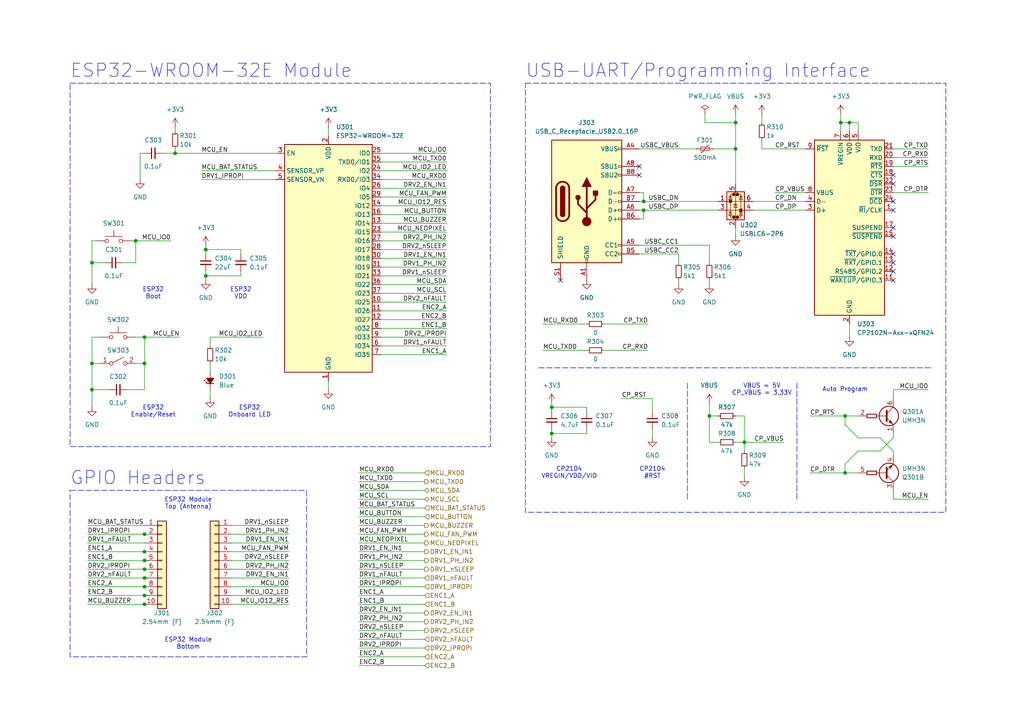
<source format=kicad_sch>
(kicad_sch (version 20231120) (generator "eeschema") (generator_version "8.0")
  (paper "A4")
  (title_block (title "LizardBot 1 Control Board: MCU") (date "2024-06-26") (rev "v1.0.0") (company "Lizard Electronics") (comment 1 "Designed by: Manuel Lagarto"))
  (lib_symbols
    (symbol "Connector:USB_C_Receptacle_USB2.0_16P" (pin_names (offset 1.016))
      (property "Reference" "J301" (at 0 22.86 0))
      (property "Value" "USB_C_Receptacle_USB2.0_16P" (at 0 20.32 0))
      (symbol "USB_C_Receptacle_USB2.0_16P_0_0"
        (rectangle (start -0.254 -17.78) (end 0.254 -16.764))
        (rectangle (start 10.16 -14.986) (end 9.144 -15.494))
        (rectangle (start 10.16 -12.446) (end 9.144 -12.954))
        (rectangle (start 10.16 -4.826) (end 9.144 -5.334))
        (rectangle (start 10.16 -2.286) (end 9.144 -2.794))
        (rectangle (start 10.16 0.254) (end 9.144 -0.254))
        (rectangle (start 10.16 2.794) (end 9.144 2.286))
        (rectangle (start 10.16 7.874) (end 9.144 7.366))
        (rectangle (start 10.16 10.414) (end 9.144 9.906))
        (rectangle (start 10.16 15.494) (end 9.144 14.986))
      )
      (symbol "USB_C_Receptacle_USB2.0_16P_0_1"
        (rectangle (start -10.16 17.78) (end 10.16 -17.78) (stroke (width 0.254)) (fill (type background)))
        (arc (start -8.89 -3.81) (mid -6.985 -5.7067) (end -5.08 -3.81) (stroke (width 0.508)))
        (arc (start -7.62 -3.81) (mid -6.985 -4.4423) (end -6.35 -3.81) (stroke (width 0.254)))
        (arc (start -7.62 -3.81) (mid -6.985 -4.4423) (end -6.35 -3.81) (stroke (width 0.254)) (fill (type outline)))
        (rectangle (start -7.62 -3.81) (end -6.35 3.81) (stroke (width 0.254)) (fill (type outline)))
        (arc (start -6.35 3.81) (mid -6.985 4.4423) (end -7.62 3.81) (stroke (width 0.254)))
        (arc (start -6.35 3.81) (mid -6.985 4.4423) (end -7.62 3.81) (stroke (width 0.254)) (fill (type outline)))
        (arc (start -5.08 3.81) (mid -6.985 5.7067) (end -8.89 3.81) (stroke (width 0.508)))
        (circle (center -2.54 1.143) (radius 0.635) (stroke (width 0.254)) (fill (type outline)))
        (circle (center 0 -5.842) (radius 1.27) (fill (type outline)))
        (polyline (pts (xy -8.89 -3.81) (xy -8.89 3.81)) (stroke (width 0.508)))
        (polyline (pts (xy -5.08 3.81) (xy -5.08 -3.81)) (stroke (width 0.508)))
        (polyline (pts (xy 0 -5.842) (xy 0 4.318)) (stroke (width 0.508)))
        (polyline (pts (xy 0 -3.302) (xy -2.54 -0.762) (xy -2.54 0.508)) (stroke (width 0.508)))
        (polyline (pts (xy 0 -2.032) (xy 2.54 0.508) (xy 2.54 1.778)) (stroke (width 0.508)))
        (polyline (pts (xy -1.27 4.318) (xy 0 6.858) (xy 1.27 4.318) (xy -1.27 4.318)) (stroke (width 0.254)) (fill (type outline)))
        (rectangle (start 1.905 1.778) (end 3.175 3.048) (stroke (width 0.254)) (fill (type outline)))
      )
      (symbol "USB_C_Receptacle_USB2.0_16P_1_1"
        (pin passive line (at 0 -22.86 90) (length 5.08) (name "GND") (number "A1"))
        (pin passive line (at 0 -22.86 90) (length 5.08) hide (name "GND") (number "A12"))
        (pin passive line (at 15.24 15.24 180) (length 5.08) (name "VBUS") (number "A4"))
        (pin bidirectional line (at 15.24 -12.7 180) (length 5.08) (name "CC1") (number "A5"))
        (pin bidirectional line (at 15.24 -2.54 180) (length 5.08) (name "D+") (number "A6"))
        (pin bidirectional line (at 15.24 2.54 180) (length 5.08) (name "D-") (number "A7"))
        (pin bidirectional line (at 15.24 10.16 180) (length 5.08) (name "SBU1") (number "A8"))
        (pin passive line (at 15.24 15.24 180) (length 5.08) hide (name "VBUS") (number "A9"))
        (pin passive line (at 0 -22.86 90) (length 5.08) hide (name "GND") (number "B1"))
        (pin passive line (at 0 -22.86 90) (length 5.08) hide (name "GND") (number "B12"))
        (pin passive line (at 15.24 15.24 180) (length 5.08) hide (name "VBUS") (number "B4"))
        (pin bidirectional line (at 15.24 -15.24 180) (length 5.08) (name "CC2") (number "B5"))
        (pin bidirectional line (at 15.24 -5.08 180) (length 5.08) (name "D+") (number "B6"))
        (pin bidirectional line (at 15.24 0 180) (length 5.08) (name "D-") (number "B7"))
        (pin bidirectional line (at 15.24 7.62 180) (length 5.08) (name "SBU2") (number "B8"))
        (pin passive line (at 15.24 15.24 180) (length 5.08) hide (name "VBUS") (number "B9"))
        (pin passive line (at -7.62 -22.86 90) (length 5.08) (name "SHIELD") (number "S1"))
      )
    )
    (symbol "Connector_Generic:Conn_01x10" (pin_names (offset 1.016) hide)
      (property "Reference" "J" (at 0 12.7 0))
      (property "Value" "Conn_01x10" (at 0 -15.24 0))
      (symbol "Conn_01x10_1_1"
        (rectangle (start -1.27 -12.573) (end 0 -12.827) (stroke (width 0.1524)))
        (rectangle (start -1.27 -10.033) (end 0 -10.287) (stroke (width 0.1524)))
        (rectangle (start -1.27 -7.493) (end 0 -7.747) (stroke (width 0.1524)))
        (rectangle (start -1.27 -4.953) (end 0 -5.207) (stroke (width 0.1524)))
        (rectangle (start -1.27 -2.413) (end 0 -2.667) (stroke (width 0.1524)))
        (rectangle (start -1.27 0.127) (end 0 -0.127) (stroke (width 0.1524)))
        (rectangle (start -1.27 2.667) (end 0 2.413) (stroke (width 0.1524)))
        (rectangle (start -1.27 5.207) (end 0 4.953) (stroke (width 0.1524)))
        (rectangle (start -1.27 7.747) (end 0 7.493) (stroke (width 0.1524)))
        (rectangle (start -1.27 10.287) (end 0 10.033) (stroke (width 0.1524)))
        (rectangle (start -1.27 11.43) (end 1.27 -13.97) (stroke (width 0.254)) (fill (type background)))
        (pin passive line (at -5.08 10.16 0) (length 3.81) (name "Pin_1") (number "1"))
        (pin passive line (at -5.08 -12.7 0) (length 3.81) (name "Pin_10") (number "10"))
        (pin passive line (at -5.08 7.62 0) (length 3.81) (name "Pin_2") (number "2"))
        (pin passive line (at -5.08 5.08 0) (length 3.81) (name "Pin_3") (number "3"))
        (pin passive line (at -5.08 2.54 0) (length 3.81) (name "Pin_4") (number "4"))
        (pin passive line (at -5.08 0 0) (length 3.81) (name "Pin_5") (number "5"))
        (pin passive line (at -5.08 -2.54 0) (length 3.81) (name "Pin_6") (number "6"))
        (pin passive line (at -5.08 -5.08 0) (length 3.81) (name "Pin_7") (number "7"))
        (pin passive line (at -5.08 -7.62 0) (length 3.81) (name "Pin_8") (number "8"))
        (pin passive line (at -5.08 -10.16 0) (length 3.81) (name "Pin_9") (number "9"))
      )
    )
    (symbol "Device:C_Small" (pin_numbers hide) (pin_names (offset 0.254) hide)
      (property "Reference" "C" (at 0.254 1.778 0))
      (property "Value" "C_Small" (at 0.254 -2.032 0))
      (symbol "C_Small_0_1"
        (polyline (pts (xy -1.524 -0.508) (xy 1.524 -0.508)) (stroke (width 0.3302)))
        (polyline (pts (xy -1.524 0.508) (xy 1.524 0.508)) (stroke (width 0.3048)))
      )
      (symbol "C_Small_1_1"
        (pin passive line (at 0 2.54 270) (length 2.032) (name "~") (number "1"))
        (pin passive line (at 0 -2.54 90) (length 2.032) (name "~") (number "2"))
      )
    )
    (symbol "Device:LED_Small_Filled" (pin_numbers hide) (pin_names (offset 0.254) hide)
      (property "Reference" "D" (at -1.27 3.175 0))
      (property "Value" "LED_Small_Filled" (at -4.445 -2.54 0))
      (symbol "LED_Small_Filled_0_1"
        (polyline (pts (xy -0.762 -1.016) (xy -0.762 1.016)) (stroke (width 0.254)))
        (polyline (pts (xy 1.016 0) (xy -0.762 0)))
        (polyline (pts (xy 0.762 -1.016) (xy -0.762 0) (xy 0.762 1.016) (xy 0.762 -1.016)) (stroke (width 0.254)) (fill (type outline)))
        (polyline (pts (xy 0 0.762) (xy -0.508 1.27) (xy -0.254 1.27) (xy -0.508 1.27) (xy -0.508 1.016)))
        (polyline (pts (xy 0.508 1.27) (xy 0 1.778) (xy 0.254 1.778) (xy 0 1.778) (xy 0 1.524)))
      )
      (symbol "LED_Small_Filled_1_1"
        (pin passive line (at -2.54 0 0) (length 1.778) (name "K") (number "1"))
        (pin passive line (at 2.54 0 180) (length 1.778) (name "A") (number "2"))
      )
    )
    (symbol "Device:Polyfuse_Small" (pin_numbers hide) (pin_names (offset 0))
      (property "Reference" "F" (at -1.905 0 90))
      (property "Value" "Polyfuse_Small" (at 1.905 0 90))
      (symbol "Polyfuse_Small_0_1"
        (rectangle (start -0.508 1.27) (end 0.508 -1.27))
        (polyline (pts (xy 0 2.54) (xy 0 -2.54)))
        (polyline (pts (xy -1.016 1.27) (xy -1.016 0.762) (xy 1.016 -0.762) (xy 1.016 -1.27)))
      )
      (symbol "Polyfuse_Small_1_1"
        (pin passive line (at 0 2.54 270) (length 0.635) (name "~") (number "1"))
        (pin passive line (at 0 -2.54 90) (length 0.635) (name "~") (number "2"))
      )
    )
    (symbol "Device:R_Small" (pin_numbers hide) (pin_names (offset 0.254) hide)
      (property "Reference" "R" (at 0.762 0.508 0))
      (property "Value" "R_Small" (at 0.762 -1.016 0))
      (symbol "R_Small_0_1"
        (rectangle (start -0.762 1.778) (end 0.762 -1.778) (stroke (width 0.2032)))
      )
      (symbol "R_Small_1_1"
        (pin passive line (at 0 2.54 270) (length 0.762) (name "~") (number "1"))
        (pin passive line (at 0 -2.54 90) (length 0.762) (name "~") (number "2"))
      )
    )
    (symbol "Interface_USB:CP2102N-Axx-xQFN24"
      (property "Reference" "U" (at -8.89 26.67 0))
      (property "Value" "CP2102N-Axx-xQFN24" (at 13.97 26.67 0))
      (symbol "CP2102N-Axx-xQFN24_0_1"
        (rectangle (start -10.16 25.4) (end 10.16 -25.4) (stroke (width 0.254)) (fill (type background)))
      )
      (symbol "CP2102N-Axx-xQFN24_1_1"
        (pin bidirectional line (at 12.7 5.08 180) (length 2.54) (name "~{RI}/CLK") (number "1"))
        (pin no_connect line (at -10.16 -22.86 0) (length 2.54) hide (name "NC") (number "10"))
        (pin bidirectional line (at 12.7 -15.24 180) (length 2.54) (name "~{WAKEUP}/GPIO.3") (number "11"))
        (pin bidirectional line (at 12.7 -12.7 180) (length 2.54) (name "RS485/GPIO.2") (number "12"))
        (pin bidirectional line (at 12.7 -10.16 180) (length 2.54) (name "~{RXT}/GPIO.1") (number "13"))
        (pin bidirectional line (at 12.7 -7.62 180) (length 2.54) (name "~{TXT}/GPIO.0") (number "14"))
        (pin output line (at 12.7 -2.54 180) (length 2.54) (name "~{SUSPEND}") (number "15"))
        (pin no_connect line (at 10.16 -22.86 180) (length 2.54) hide (name "NC") (number "16"))
        (pin output line (at 12.7 0 180) (length 2.54) (name "SUSPEND") (number "17"))
        (pin input line (at 12.7 15.24 180) (length 2.54) (name "~{CTS}") (number "18"))
        (pin output line (at 12.7 17.78 180) (length 2.54) (name "~{RTS}") (number "19"))
        (pin power_in line (at 0 -27.94 90) (length 2.54) (name "GND") (number "2"))
        (pin input line (at 12.7 20.32 180) (length 2.54) (name "RXD") (number "20"))
        (pin output line (at 12.7 22.86 180) (length 2.54) (name "TXD") (number "21"))
        (pin input line (at 12.7 12.7 180) (length 2.54) (name "~{DSR}") (number "22"))
        (pin output line (at 12.7 10.16 180) (length 2.54) (name "~{DTR}") (number "23"))
        (pin input line (at 12.7 7.62 180) (length 2.54) (name "~{DCD}") (number "24"))
        (pin passive line (at 0 -27.94 90) (length 2.54) hide (name "GND") (number "25"))
        (pin bidirectional line (at -12.7 5.08 0) (length 2.54) (name "D+") (number "3"))
        (pin bidirectional line (at -12.7 7.62 0) (length 2.54) (name "D-") (number "4"))
        (pin power_in line (at 2.54 27.94 270) (length 2.54) (name "VIO") (number "5"))
        (pin power_in line (at 0 27.94 270) (length 2.54) (name "VDD") (number "6"))
        (pin power_in line (at -2.54 27.94 270) (length 2.54) (name "VREGIN") (number "7"))
        (pin input line (at -12.7 10.16 0) (length 2.54) (name "VBUS") (number "8"))
        (pin input line (at -12.7 22.86 0) (length 2.54) (name "~{RST}") (number "9"))
      )
    )
    (symbol "Power_Protection:USBLC6-2P6" (pin_names hide)
      (property "Reference" "U" (at 0.635 5.715 0))
      (property "Value" "USBLC6-2P6" (at 0.635 3.81 0))
      (symbol "USBLC6-2P6_0_0"
        (circle (center -1.524 0) (radius 0.0001) (stroke (width 0.508)))
        (circle (center -0.508 -4.572) (radius 0.0001) (stroke (width 0.508)))
        (circle (center -0.508 2.032) (radius 0.0001) (stroke (width 0.508)))
        (circle (center 0.508 -4.572) (radius 0.0001) (stroke (width 0.508)))
        (circle (center 0.508 2.032) (radius 0.0001) (stroke (width 0.508)))
        (circle (center 1.524 -2.54) (radius 0.0001) (stroke (width 0.508)))
      )
      (symbol "USBLC6-2P6_0_1"
        (polyline (pts (xy -2.54 -2.54) (xy 2.54 -2.54)))
        (polyline (pts (xy -2.54 0) (xy 2.54 0)))
        (polyline (pts (xy -2.032 -3.048) (xy -1.016 -3.048)))
        (polyline (pts (xy -1.016 1.524) (xy -2.032 1.524)))
        (polyline (pts (xy 1.016 -3.048) (xy 2.032 -3.048)))
        (polyline (pts (xy 1.016 1.524) (xy 2.032 1.524)))
        (polyline (pts (xy -0.508 -1.143) (xy -0.508 -0.762) (xy 0.508 -0.762)))
        (polyline (pts (xy -2.032 0.508) (xy -1.016 0.508) (xy -1.524 1.524) (xy -2.032 0.508)))
        (polyline (pts (xy -1.016 -4.064) (xy -2.032 -4.064) (xy -1.524 -3.048) (xy -1.016 -4.064)))
        (polyline (pts (xy 0.508 -1.778) (xy -0.508 -1.778) (xy 0 -0.762) (xy 0.508 -1.778)))
        (polyline (pts (xy 2.032 -4.064) (xy 1.016 -4.064) (xy 1.524 -3.048) (xy 2.032 -4.064)))
        (polyline (pts (xy 2.032 0.508) (xy 1.016 0.508) (xy 1.524 1.524) (xy 2.032 0.508)))
        (polyline (pts (xy 0 2.54) (xy -0.508 2.032) (xy 0.508 2.032) (xy 0 1.524) (xy 0 -4.064) (xy -0.508 -4.572) (xy 0.508 -4.572) (xy 0 -5.08)))
      )
      (symbol "USBLC6-2P6_1_1"
        (rectangle (start -2.54 2.794) (end 2.54 -5.334) (stroke (width 0.254)) (fill (type background)))
        (polyline (pts (xy -0.508 2.032) (xy -1.524 2.032) (xy -1.524 -4.572) (xy -0.508 -4.572)))
        (polyline (pts (xy 0.508 -4.572) (xy 1.524 -4.572) (xy 1.524 2.032) (xy 0.508 2.032)))
        (pin passive line (at -5.08 0 0) (length 2.54) (name "I/O1") (number "1"))
        (pin passive line (at 0 -7.62 90) (length 2.54) (name "GND") (number "2"))
        (pin passive line (at -5.08 -2.54 0) (length 2.54) (name "I/O2") (number "3"))
        (pin passive line (at 5.08 -2.54 180) (length 2.54) (name "I/O2") (number "4"))
        (pin passive line (at 0 5.08 270) (length 2.54) (name "VBUS") (number "5"))
        (pin passive line (at 5.08 0 180) (length 2.54) (name "I/O1") (number "6"))
      )
    )
    (symbol "RF_Module:ESP32-WROOM-32E"
      (property "Reference" "U" (at -12.7 34.29 0))
      (property "Value" "ESP32-WROOM-32E" (at 1.27 34.29 0))
      (symbol "ESP32-WROOM-32E_0_1"
        (rectangle (start -12.7 33.02) (end 12.7 -33.02) (stroke (width 0.254)) (fill (type background)))
      )
      (symbol "ESP32-WROOM-32E_1_1"
        (pin power_in line (at 0 -35.56 90) (length 2.54) (name "GND") (number "1"))
        (pin bidirectional line (at 15.24 -12.7 180) (length 2.54) (name "IO25") (number "10"))
        (pin bidirectional line (at 15.24 -15.24 180) (length 2.54) (name "IO26") (number "11"))
        (pin bidirectional line (at 15.24 -17.78 180) (length 2.54) (name "IO27") (number "12"))
        (pin bidirectional line (at 15.24 10.16 180) (length 2.54) (name "IO14") (number "13"))
        (pin bidirectional line (at 15.24 15.24 180) (length 2.54) (name "IO12") (number "14"))
        (pin passive line (at 0 -35.56 90) (length 2.54) hide (name "GND") (number "15"))
        (pin bidirectional line (at 15.24 12.7 180) (length 2.54) (name "IO13") (number "16"))
        (pin no_connect line (at -12.7 -5.08 0) (length 2.54) hide (name "NC") (number "17"))
        (pin no_connect line (at -12.7 -7.62 0) (length 2.54) hide (name "NC") (number "18"))
        (pin no_connect line (at -12.7 -12.7 0) (length 2.54) hide (name "NC") (number "19"))
        (pin power_in line (at 0 35.56 270) (length 2.54) (name "VDD") (number "2"))
        (pin no_connect line (at -12.7 -10.16 0) (length 2.54) hide (name "NC") (number "20"))
        (pin no_connect line (at -12.7 0 0) (length 2.54) hide (name "NC") (number "21"))
        (pin no_connect line (at -12.7 -2.54 0) (length 2.54) hide (name "NC") (number "22"))
        (pin bidirectional line (at 15.24 7.62 180) (length 2.54) (name "IO15") (number "23"))
        (pin bidirectional line (at 15.24 25.4 180) (length 2.54) (name "IO2") (number "24"))
        (pin bidirectional line (at 15.24 30.48 180) (length 2.54) (name "IO0") (number "25"))
        (pin bidirectional line (at 15.24 20.32 180) (length 2.54) (name "IO4") (number "26"))
        (pin bidirectional line (at 15.24 5.08 180) (length 2.54) (name "IO16") (number "27"))
        (pin bidirectional line (at 15.24 2.54 180) (length 2.54) (name "IO17") (number "28"))
        (pin bidirectional line (at 15.24 17.78 180) (length 2.54) (name "IO5") (number "29"))
        (pin input line (at -15.24 30.48 0) (length 2.54) (name "EN") (number "3"))
        (pin bidirectional line (at 15.24 0 180) (length 2.54) (name "IO18") (number "30"))
        (pin bidirectional line (at 15.24 -2.54 180) (length 2.54) (name "IO19") (number "31"))
        (pin no_connect line (at -12.7 -27.94 0) (length 2.54) hide (name "NC") (number "32"))
        (pin bidirectional line (at 15.24 -5.08 180) (length 2.54) (name "IO21") (number "33"))
        (pin bidirectional line (at 15.24 22.86 180) (length 2.54) (name "RXD0/IO3") (number "34"))
        (pin bidirectional line (at 15.24 27.94 180) (length 2.54) (name "TXD0/IO1") (number "35"))
        (pin bidirectional line (at 15.24 -7.62 180) (length 2.54) (name "IO22") (number "36"))
        (pin bidirectional line (at 15.24 -10.16 180) (length 2.54) (name "IO23") (number "37"))
        (pin passive line (at 0 -35.56 90) (length 2.54) hide (name "GND") (number "38"))
        (pin passive line (at 0 -35.56 90) (length 2.54) hide (name "GND") (number "39"))
        (pin input line (at -15.24 25.4 0) (length 2.54) (name "SENSOR_VP") (number "4"))
        (pin input line (at -15.24 22.86 0) (length 2.54) (name "SENSOR_VN") (number "5"))
        (pin input line (at 15.24 -25.4 180) (length 2.54) (name "IO34") (number "6"))
        (pin input line (at 15.24 -27.94 180) (length 2.54) (name "IO35") (number "7"))
        (pin bidirectional line (at 15.24 -20.32 180) (length 2.54) (name "IO32") (number "8"))
        (pin bidirectional line (at 15.24 -22.86 180) (length 2.54) (name "IO33") (number "9"))
      )
    )
    (symbol "Switch:SW_Push" (pin_numbers hide) (pin_names (offset 1.016) hide)
      (property "Reference" "SW" (at 1.27 2.54 0))
      (property "Value" "SW_Push" (at 0 -1.524 0))
      (symbol "SW_Push_0_1"
        (circle (center -2.032 0) (radius 0.508))
        (polyline (pts (xy 0 1.27) (xy 0 3.048)))
        (polyline (pts (xy 2.54 1.27) (xy -2.54 1.27)))
        (circle (center 2.032 0) (radius 0.508))
        (pin passive line (at -5.08 0 0) (length 2.54) (name "1") (number "1"))
        (pin passive line (at 5.08 0 180) (length 2.54) (name "2") (number "2"))
      )
    )
    (symbol "Switch:SW_SPST" (pin_names (offset 0) hide)
      (property "Reference" "SW" (at 0 3.175 0))
      (property "Value" "SW_SPST" (at 0 -2.54 0))
      (symbol "SW_SPST_0_0"
        (circle (center -2.032 0) (radius 0.508))
        (polyline (pts (xy -1.524 0.254) (xy 1.524 1.778)))
        (circle (center 2.032 0) (radius 0.508))
      )
      (symbol "SW_SPST_1_1"
        (pin passive line (at -5.08 0 0) (length 2.54) (name "A") (number "1"))
        (pin passive line (at 5.08 0 180) (length 2.54) (name "B") (number "2"))
      )
    )
    (symbol "Transistor_BJT:UMH3N" (pin_names hide)
      (property "Reference" "Q" (at 7.62 1.27 0))
      (property "Value" "UMH3N" (at 7.62 -1.27 0))
      (symbol "UMH3N_0_1"
        (polyline (pts (xy 3.175 0) (xy 0.254 0)))
        (polyline (pts (xy 3.175 0.635) (xy 5.08 2.54)))
        (polyline (pts (xy 3.175 1.524) (xy 3.175 -1.524)) (stroke (width 0.508)))
        (polyline (pts (xy 3.175 -0.635) (xy 5.08 -2.54) (xy 5.08 -2.54)))
        (polyline (pts (xy 3.81 -1.778) (xy 4.318 -1.27) (xy 4.826 -2.286) (xy 3.81 -1.778) (xy 3.81 -1.778)) (fill (type outline)))
        (rectangle (start 0.254 0.508) (end -2.54 -0.508) (stroke (width 0.254)))
        (circle (center 3.81 0) (radius 2.8194) (stroke (width 0.254)))
      )
      (symbol "UMH3N_1_1"
        (pin passive line (at 5.08 -5.08 90) (length 2.54) (name "E1") (number "1"))
        (pin input line (at -5.08 0 0) (length 2.54) (name "B1") (number "2"))
        (pin passive line (at 5.08 5.08 270) (length 2.54) (name "C1") (number "6"))
      )
      (symbol "UMH3N_2_1"
        (pin passive line (at 5.08 5.08 270) (length 2.54) (name "C2") (number "3"))
        (pin passive line (at 5.08 -5.08 90) (length 2.54) (name "E2") (number "4"))
        (pin input line (at -5.08 0 0) (length 2.54) (name "B2") (number "5"))
      )
    )
    (symbol "power:+3V3" (power) (pin_numbers hide) (pin_names (offset 0) hide)
      (property "Value" "+3V3" (at 0 3.556 0))
      (symbol "+3V3_0_1"
        (polyline (pts (xy -0.762 1.27) (xy 0 2.54)))
        (polyline (pts (xy 0 0) (xy 0 2.54)))
        (polyline (pts (xy 0 2.54) (xy 0.762 1.27)))
      )
      (symbol "+3V3_1_1"
        (pin power_in line (at 0 0 90) (length 0) (name "~") (number "1"))
      )
    )
    (symbol "power:GND" (power) (pin_numbers hide) (pin_names (offset 0) hide)
      (property "Value" "GND" (at 0 -3.81 0))
      (symbol "GND_0_1"
        (polyline (pts (xy 0 0) (xy 0 -1.27) (xy 1.27 -1.27) (xy 0 -2.54) (xy -1.27 -1.27) (xy 0 -1.27)))
      )
      (symbol "GND_1_1"
        (pin power_in line (at 0 0 270) (length 0) (name "~") (number "1"))
      )
    )
    (symbol "power:PWR_FLAG" (power) (pin_numbers hide) (pin_names (offset 0) hide)
      (property "Value" "PWR_FLAG" (at 0 3.81 0))
      (symbol "PWR_FLAG_0_0"
        (pin power_out line (at 0 0 90) (length 0) (name "~") (number "1"))
      )
      (symbol "PWR_FLAG_0_1"
        (polyline (pts (xy 0 0) (xy 0 1.27) (xy -1.016 1.905) (xy 0 2.54) (xy 1.016 1.905) (xy 0 1.27)))
      )
    )
  )
  (junction (at 213.36 35.56))
  (junction (at 213.36 43.18))
  (junction (at 41.91 162.56))
  (junction (at 41.91 160.02))
  (junction (at 205.74 120.65))
  (junction (at 26.67 76.2))
  (junction (at 41.91 175.26))
  (junction (at 215.9 128.27))
  (junction (at 186.69 58.42))
  (junction (at 41.91 172.72))
  (junction (at 39.37 69.85))
  (junction (at 41.91 167.64))
  (junction (at 41.91 170.18))
  (junction (at 41.91 97.79))
  (junction (at 160.02 125.73))
  (junction (at 160.02 118.11))
  (junction (at 50.8 44.45))
  (junction (at 41.91 165.1))
  (junction (at 243.84 35.56))
  (junction (at 245.11 120.65))
  (junction (at 246.38 35.56))
  (junction (at 26.67 105.41))
  (junction (at 186.69 60.96))
  (junction (at 59.69 80.01))
  (junction (at 245.11 137.16))
  (junction (at 59.69 72.39))
  (junction (at 41.91 105.41))
  (junction (at 41.91 154.94))
  (junction (at 26.67 113.03))
  (no_connect (at 259.08 68.58))
  (no_connect (at 185.42 50.8))
  (no_connect (at 259.08 50.8))
  (no_connect (at 259.08 76.2))
  (no_connect (at 259.08 53.34))
  (no_connect (at 185.42 48.26))
  (no_connect (at 259.08 58.42))
  (no_connect (at 259.08 73.66))
  (no_connect (at 259.08 78.74))
  (no_connect (at 162.56 81.28))
  (no_connect (at 259.08 66.04))
  (no_connect (at 259.08 60.96))
  (no_connect (at 259.08 81.28))
  (polyline (pts (xy 156.21 106.68) (xy 270.51 106.68)) (stroke (width 0) (type dash)))
  (wire (pts (xy 67.31 152.4) (xy 83.82 152.4)))
  (wire (pts (xy 39.37 69.85) (xy 49.53 69.85)))
  (wire (pts (xy 157.48 93.98) (xy 170.18 93.98)))
  (wire (pts (xy 245.11 120.65) (xy 245.11 123.19)))
  (wire (pts (xy 110.49 87.63) (xy 129.54 87.63)))
  (wire (pts (xy 205.74 71.12) (xy 205.74 76.2)))
  (wire (pts (xy 95.25 36.83) (xy 95.25 39.37)))
  (wire (pts (xy 60.96 107.95) (xy 60.96 105.41)))
  (wire (pts (xy 39.37 105.41) (xy 41.91 105.41)))
  (wire (pts (xy 110.49 67.31) (xy 129.54 67.31)))
  (wire (pts (xy 35.56 76.2) (xy 39.37 76.2)))
  (wire (pts (xy 185.42 58.42) (xy 186.69 58.42)))
  (wire (pts (xy 245.11 120.65) (xy 248.92 120.65)))
  (wire (pts (xy 215.9 120.65) (xy 215.9 128.27)))
  (wire (pts (xy 26.67 105.41) (xy 29.21 105.41)))
  (wire (pts (xy 104.14 157.48) (xy 123.19 157.48)))
  (wire (pts (xy 259.08 127) (xy 259.08 125.73)))
  (wire (pts (xy 67.31 172.72) (xy 83.82 172.72)))
  (wire (pts (xy 58.42 49.53) (xy 80.01 49.53)))
  (wire (pts (xy 104.14 142.24) (xy 123.19 142.24)))
  (wire (pts (xy 180.34 115.57) (xy 189.23 115.57)))
  (wire (pts (xy 259.08 55.88) (xy 269.24 55.88)))
  (wire (pts (xy 50.8 43.18) (xy 50.8 44.45)))
  (wire (pts (xy 245.11 134.62) (xy 248.92 130.81)))
  (wire (pts (xy 43.18 170.18) (xy 41.91 170.18)))
  (wire (pts (xy 59.69 72.39) (xy 69.85 72.39)))
  (wire (pts (xy 25.4 152.4) (xy 41.91 152.4)))
  (wire (pts (xy 185.42 71.12) (xy 205.74 71.12)))
  (wire (pts (xy 104.14 172.72) (xy 123.19 172.72)))
  (wire (pts (xy 213.36 66.04) (xy 213.36 68.58)))
  (wire (pts (xy 259.08 113.03) (xy 269.24 113.03)))
  (wire (pts (xy 59.69 71.12) (xy 59.69 72.39)))
  (wire (pts (xy 175.26 101.6) (xy 187.96 101.6)))
  (wire (pts (xy 25.4 167.64) (xy 41.91 167.64)))
  (wire (pts (xy 110.49 64.77) (xy 129.54 64.77)))
  (wire (pts (xy 207.01 43.18) (xy 213.36 43.18)))
  (wire (pts (xy 40.64 52.07) (xy 40.64 44.45)))
  (wire (pts (xy 60.96 100.33) (xy 60.96 97.79)))
  (wire (pts (xy 243.84 33.02) (xy 243.84 35.56)))
  (wire (pts (xy 26.67 69.85) (xy 27.94 69.85)))
  (wire (pts (xy 246.38 35.56) (xy 248.92 35.56)))
  (wire (pts (xy 160.02 125.73) (xy 170.18 125.73)))
  (wire (pts (xy 104.14 187.96) (xy 123.19 187.96)))
  (wire (pts (xy 110.49 95.25) (xy 129.54 95.25)))
  (wire (pts (xy 26.67 97.79) (xy 26.67 105.41)))
  (wire (pts (xy 110.49 80.01) (xy 129.54 80.01)))
  (wire (pts (xy 205.74 116.84) (xy 205.74 120.65)))
  (wire (pts (xy 196.85 81.28) (xy 196.85 82.55)))
  (wire (pts (xy 196.85 73.66) (xy 196.85 76.2)))
  (wire (pts (xy 243.84 35.56) (xy 243.84 38.1)))
  (wire (pts (xy 189.23 124.46) (xy 189.23 127)))
  (wire (pts (xy 157.48 101.6) (xy 170.18 101.6)))
  (wire (pts (xy 59.69 80.01) (xy 69.85 80.01)))
  (wire (pts (xy 245.11 137.16) (xy 248.92 137.16)))
  (wire (pts (xy 104.14 152.4) (xy 123.19 152.4)))
  (wire (pts (xy 215.9 128.27) (xy 227.33 128.27)))
  (wire (pts (xy 185.42 63.5) (xy 186.69 63.5)))
  (wire (pts (xy 110.49 74.93) (xy 129.54 74.93)))
  (wire (pts (xy 43.18 154.94) (xy 41.91 154.94)))
  (wire (pts (xy 67.31 175.26) (xy 83.82 175.26)))
  (wire (pts (xy 205.74 128.27) (xy 208.28 128.27)))
  (wire (pts (xy 104.14 165.1) (xy 123.19 165.1)))
  (wire (pts (xy 110.49 102.87) (xy 129.54 102.87)))
  (wire (pts (xy 170.18 124.46) (xy 170.18 125.73)))
  (wire (pts (xy 160.02 124.46) (xy 160.02 125.73)))
  (wire (pts (xy 25.4 165.1) (xy 41.91 165.1)))
  (wire (pts (xy 213.36 120.65) (xy 215.9 120.65)))
  (wire (pts (xy 104.14 182.88) (xy 123.19 182.88)))
  (wire (pts (xy 50.8 36.83) (xy 50.8 38.1)))
  (wire (pts (xy 69.85 73.66) (xy 69.85 72.39)))
  (wire (pts (xy 259.08 45.72) (xy 269.24 45.72)))
  (wire (pts (xy 255.27 127) (xy 259.08 130.81)))
  (wire (pts (xy 25.4 170.18) (xy 41.91 170.18)))
  (wire (pts (xy 185.42 73.66) (xy 196.85 73.66)))
  (wire (pts (xy 259.08 48.26) (xy 269.24 48.26)))
  (wire (pts (xy 224.79 55.88) (xy 233.68 55.88)))
  (wire (pts (xy 189.23 115.57) (xy 189.23 119.38)))
  (wire (pts (xy 175.26 93.98) (xy 187.96 93.98)))
  (wire (pts (xy 186.69 58.42) (xy 208.28 58.42)))
  (wire (pts (xy 104.14 149.86) (xy 123.19 149.86)))
  (wire (pts (xy 104.14 137.16) (xy 123.19 137.16)))
  (wire (pts (xy 220.98 43.18) (xy 233.68 43.18)))
  (wire (pts (xy 104.14 190.5) (xy 123.19 190.5)))
  (wire (pts (xy 60.96 97.79) (xy 76.2 97.79)))
  (wire (pts (xy 243.84 35.56) (xy 246.38 35.56)))
  (wire (pts (xy 248.92 127) (xy 255.27 127)))
  (wire (pts (xy 110.49 82.55) (xy 129.54 82.55)))
  (wire (pts (xy 60.96 115.57) (xy 60.96 113.03)))
  (wire (pts (xy 104.14 162.56) (xy 123.19 162.56)))
  (wire (pts (xy 160.02 118.11) (xy 160.02 119.38)))
  (wire (pts (xy 215.9 135.89) (xy 215.9 138.43)))
  (wire (pts (xy 39.37 76.2) (xy 39.37 69.85)))
  (wire (pts (xy 26.67 105.41) (xy 26.67 113.03)))
  (wire (pts (xy 234.95 137.16) (xy 245.11 137.16)))
  (wire (pts (xy 246.38 93.98) (xy 246.38 97.79)))
  (wire (pts (xy 186.69 55.88) (xy 186.69 58.42)))
  (wire (pts (xy 59.69 72.39) (xy 59.69 73.66)))
  (wire (pts (xy 160.02 116.84) (xy 160.02 118.11)))
  (wire (pts (xy 39.37 97.79) (xy 41.91 97.79)))
  (wire (pts (xy 25.4 157.48) (xy 41.91 157.48)))
  (wire (pts (xy 110.49 52.07) (xy 129.54 52.07)))
  (wire (pts (xy 259.08 130.81) (xy 259.08 132.08)))
  (wire (pts (xy 110.49 85.09) (xy 129.54 85.09)))
  (wire (pts (xy 41.91 105.41) (xy 41.91 113.03)))
  (wire (pts (xy 43.18 167.64) (xy 41.91 167.64)))
  (wire (pts (xy 58.42 52.07) (xy 80.01 52.07)))
  (wire (pts (xy 43.18 172.72) (xy 41.91 172.72)))
  (wire (pts (xy 110.49 46.99) (xy 129.54 46.99)))
  (wire (pts (xy 186.69 60.96) (xy 208.28 60.96)))
  (wire (pts (xy 26.67 113.03) (xy 31.75 113.03)))
  (wire (pts (xy 110.49 72.39) (xy 129.54 72.39)))
  (wire (pts (xy 43.18 175.26) (xy 41.91 175.26)))
  (wire (pts (xy 43.18 160.02) (xy 41.91 160.02)))
  (wire (pts (xy 41.91 97.79) (xy 52.07 97.79)))
  (wire (pts (xy 259.08 127) (xy 255.27 130.81)))
  (wire (pts (xy 26.67 97.79) (xy 29.21 97.79)))
  (wire (pts (xy 218.44 58.42) (xy 233.68 58.42)))
  (wire (pts (xy 25.4 160.02) (xy 41.91 160.02)))
  (wire (pts (xy 67.31 157.48) (xy 83.82 157.48)))
  (wire (pts (xy 160.02 118.11) (xy 170.18 118.11)))
  (wire (pts (xy 220.98 40.64) (xy 220.98 43.18)))
  (wire (pts (xy 26.67 113.03) (xy 26.67 118.11)))
  (wire (pts (xy 170.18 119.38) (xy 170.18 118.11)))
  (wire (pts (xy 59.69 80.01) (xy 59.69 81.28)))
  (wire (pts (xy 110.49 44.45) (xy 129.54 44.45)))
  (wire (pts (xy 25.4 175.26) (xy 41.91 175.26)))
  (wire (pts (xy 205.74 120.65) (xy 208.28 120.65)))
  (wire (pts (xy 160.02 125.73) (xy 160.02 127)))
  (wire (pts (xy 185.42 43.18) (xy 201.93 43.18)))
  (wire (pts (xy 25.4 154.94) (xy 41.91 154.94)))
  (wire (pts (xy 259.08 142.24) (xy 259.08 144.78)))
  (polyline (pts (xy 231.14 144.78) (xy 231.14 110.49)) (stroke (width 0) (type dash)))
  (wire (pts (xy 104.14 177.8) (xy 123.19 177.8)))
  (wire (pts (xy 248.92 130.81) (xy 255.27 130.81)))
  (wire (pts (xy 43.18 165.1) (xy 41.91 165.1)))
  (wire (pts (xy 67.31 170.18) (xy 83.82 170.18)))
  (wire (pts (xy 104.14 193.04) (xy 123.19 193.04)))
  (wire (pts (xy 67.31 160.02) (xy 83.82 160.02)))
  (wire (pts (xy 110.49 59.69) (xy 129.54 59.69)))
  (wire (pts (xy 104.14 147.32) (xy 123.19 147.32)))
  (wire (pts (xy 110.49 69.85) (xy 129.54 69.85)))
  (wire (pts (xy 110.49 100.33) (xy 129.54 100.33)))
  (wire (pts (xy 213.36 35.56) (xy 204.47 35.56)))
  (wire (pts (xy 245.11 123.19) (xy 248.92 127)))
  (wire (pts (xy 67.31 162.56) (xy 83.82 162.56)))
  (wire (pts (xy 245.11 134.62) (xy 245.11 137.16)))
  (wire (pts (xy 26.67 69.85) (xy 26.67 76.2)))
  (wire (pts (xy 104.14 139.7) (xy 123.19 139.7)))
  (wire (pts (xy 46.99 44.45) (xy 50.8 44.45)))
  (wire (pts (xy 67.31 167.64) (xy 83.82 167.64)))
  (wire (pts (xy 69.85 78.74) (xy 69.85 80.01)))
  (wire (pts (xy 110.49 54.61) (xy 129.54 54.61)))
  (wire (pts (xy 50.8 44.45) (xy 80.01 44.45)))
  (wire (pts (xy 110.49 92.71) (xy 129.54 92.71)))
  (wire (pts (xy 234.95 120.65) (xy 245.11 120.65)))
  (wire (pts (xy 259.08 115.57) (xy 259.08 113.03)))
  (wire (pts (xy 104.14 180.34) (xy 123.19 180.34)))
  (wire (pts (xy 59.69 78.74) (xy 59.69 80.01)))
  (wire (pts (xy 205.74 120.65) (xy 205.74 128.27)))
  (wire (pts (xy 248.92 35.56) (xy 248.92 38.1)))
  (wire (pts (xy 110.49 62.23) (xy 129.54 62.23)))
  (wire (pts (xy 204.47 33.02) (xy 204.47 35.56)))
  (wire (pts (xy 185.42 55.88) (xy 186.69 55.88)))
  (wire (pts (xy 104.14 144.78) (xy 123.19 144.78)))
  (wire (pts (xy 110.49 97.79) (xy 129.54 97.79)))
  (wire (pts (xy 26.67 76.2) (xy 30.48 76.2)))
  (wire (pts (xy 110.49 49.53) (xy 129.54 49.53)))
  (wire (pts (xy 215.9 128.27) (xy 215.9 130.81)))
  (wire (pts (xy 36.83 113.03) (xy 41.91 113.03)))
  (wire (pts (xy 41.91 97.79) (xy 41.91 105.41)))
  (wire (pts (xy 213.36 128.27) (xy 215.9 128.27)))
  (wire (pts (xy 104.14 154.94) (xy 123.19 154.94)))
  (wire (pts (xy 110.49 77.47) (xy 129.54 77.47)))
  (wire (pts (xy 104.14 167.64) (xy 123.19 167.64)))
  (wire (pts (xy 205.74 81.28) (xy 205.74 82.55)))
  (wire (pts (xy 110.49 90.17) (xy 129.54 90.17)))
  (wire (pts (xy 104.14 170.18) (xy 123.19 170.18)))
  (wire (pts (xy 259.08 43.18) (xy 269.24 43.18)))
  (wire (pts (xy 67.31 165.1) (xy 83.82 165.1)))
  (wire (pts (xy 40.64 44.45) (xy 41.91 44.45)))
  (wire (pts (xy 220.98 33.02) (xy 220.98 35.56)))
  (wire (pts (xy 67.31 154.94) (xy 83.82 154.94)))
  (wire (pts (xy 185.42 60.96) (xy 186.69 60.96)))
  (wire (pts (xy 26.67 76.2) (xy 26.67 82.55)))
  (wire (pts (xy 186.69 63.5) (xy 186.69 60.96)))
  (wire (pts (xy 246.38 35.56) (xy 246.38 38.1)))
  (wire (pts (xy 259.08 144.78) (xy 269.24 144.78)))
  (wire (pts (xy 95.25 110.49) (xy 95.25 113.03)))
  (wire (pts (xy 25.4 162.56) (xy 41.91 162.56)))
  (wire (pts (xy 213.36 33.02) (xy 213.36 35.56)))
  (wire (pts (xy 25.4 172.72) (xy 41.91 172.72)))
  (wire (pts (xy 104.14 160.02) (xy 123.19 160.02)))
  (wire (pts (xy 213.36 35.56) (xy 213.36 43.18)))
  (wire (pts (xy 213.36 43.18) (xy 213.36 53.34)))
  (wire (pts (xy 38.1 69.85) (xy 39.37 69.85)))
  (wire (pts (xy 104.14 175.26) (xy 123.19 175.26)))
  (wire (pts (xy 110.49 57.15) (xy 129.54 57.15)))
  (wire (pts (xy 104.14 185.42) (xy 123.19 185.42)))
  (polyline (pts (xy 199.39 144.78) (xy 199.39 110.49)) (stroke (width 0) (type dash)))
  (wire (pts (xy 43.18 162.56) (xy 41.91 162.56)))
  (wire (pts (xy 218.44 60.96) (xy 233.68 60.96)))
  (rectangle (start 20.32 142.24) (end 88.9 190.5) (stroke (width 0) (type dash)))
  (rectangle (start 20.32 24.13) (end 142.24 129.54) (stroke (width 0) (type dash)))
  (rectangle (start 152.4 24.13) (end 274.32 148.59) (stroke (width 0) (type dash)))
  (text "ESP32 Module\nTop (Antenna)" (at 54.61 146.05 0) (effects (font (size 1.27 1.27))))
  (text "ESP32\nVDD" (at 69.85 85.09 0) (effects (font (size 1.27 1.27))))
  (text "Auto Program" (at 245.11 113.03 0) (effects (font (size 1.27 1.27))))
  (text "CP2104\nVREGIN/VDD/VIO" (at 165.1 137.16 0) (effects (font (size 1.27 1.27))))
  (text "ESP32-WROOM-32E Module" (at 20.32 22.86 0) (effects (font (size 3.81 3.81)) (justify left bottom)))
  (text "CP2104\n#RST" (at 189.23 137.16 0) (effects (font (size 1.27 1.27))))
  (text "GPIO Headers" (at 20.32 140.97 0) (effects (font (size 3.81 3.81)) (justify left bottom)))
  (text "USB-UART/Programming Interface" (at 152.4 22.86 0) (effects (font (size 3.81 3.81)) (justify left bottom)))
  (text "ESP32\nOnboard LED" (at 72.39 119.38 0) (effects (font (size 1.27 1.27))))
  (text "ESP32\nEnable/Reset" (at 44.45 119.38 0) (effects (font (size 1.27 1.27))))
  (text "VBUS = 5V\nCP_VBUS = 3,33V" (at 220.98 113.03 0) (effects (font (size 1.27 1.27))))
  (text "ESP32\nBoot" (at 44.45 85.09 0) (effects (font (size 1.27 1.27))))
  (text "ESP32 Module\nBottom" (at 54.61 186.69 0) (effects (font (size 1.27 1.27))))
  (label "MCU_BUZZER" (at 104.14 152.4 0))
  (label "DRV2_EN_IN1" (at 104.14 177.8 0))
  (label "MCU_BUTTON" (at 129.54 62.23 180))
  (label "DRV2_EN_IN1" (at 83.82 167.64 180))
  (label "USBC_DP" (at 196.85 60.96 180))
  (label "MCU_FAN_PWM" (at 129.54 57.15 180))
  (label "MCU_TXD0" (at 129.54 46.99 180))
  (label "USBC_VBUS" (at 196.85 43.18 180))
  (label "MCU_IO2_LED" (at 76.2 97.79 180))
  (label "DRV1_EN_IN1" (at 83.82 157.48 180))
  (label "DRV1_IPROPI" (at 104.14 170.18 0))
  (label "MCU_RXD0" (at 129.54 52.07 180))
  (label "MCU_BUTTON" (at 104.14 149.86 0))
  (label "ENC2_A" (at 104.14 190.5 0))
  (label "MCU_EN" (at 58.42 44.45 0))
  (label "MCU_NEOPIXEL" (at 104.14 157.48 0))
  (label "MCU_IO12_RES" (at 83.82 175.26 180))
  (label "CP_RXD" (at 187.96 101.6 180))
  (label "DRV1_PH_IN2" (at 104.14 162.56 0))
  (label "DRV1_IPROPI" (at 58.42 52.07 0))
  (label "DRV2_nFAULT" (at 129.54 87.63 180))
  (label "MCU_BAT_STATUS" (at 25.4 152.4 0))
  (label "DRV2_EN_IN1" (at 129.54 54.61 180))
  (label "DRV2_nFAULT" (at 25.4 167.64 0))
  (label "DRV2_nSLEEP" (at 83.82 162.56 180))
  (label "ENC2_A" (at 25.4 170.18 0))
  (label "MCU_IO2_LED" (at 129.54 49.53 180))
  (label "MCU_IO0" (at 49.53 69.85 180))
  (label "ENC1_B" (at 104.14 175.26 0))
  (label "MCU_BUZZER" (at 129.54 64.77 180))
  (label "DRV1_nSLEEP" (at 83.82 152.4 180))
  (label "ENC2_B" (at 129.54 92.71 180))
  (label "MCU_FAN_PWM" (at 83.82 160.02 180))
  (label "ENC2_B" (at 25.4 172.72 0))
  (label "DRV2_PH_IN2" (at 83.82 165.1 180))
  (label "MCU_BAT_STATUS" (at 58.42 49.53 0))
  (label "DRV2_PH_IN2" (at 129.54 69.85 180))
  (label "USBC_DN" (at 196.85 58.42 180))
  (label "DRV1_IPROPI" (at 25.4 154.94 0))
  (label "MCU_FAN_PWM" (at 104.14 154.94 0))
  (label "CP_TXD" (at 269.24 43.18 180))
  (label "CP_RTS" (at 234.95 120.65 0))
  (label "CP_RST" (at 224.79 43.18 0))
  (label "DRV1_nSLEEP" (at 129.54 80.01 180))
  (label "MCU_EN" (at 52.07 97.79 180))
  (label "DRV1_nFAULT" (at 129.54 100.33 180))
  (label "DRV1_PH_IN2" (at 83.82 154.94 180))
  (label "MCU_TXD0" (at 157.48 101.6 0))
  (label "ENC2_A" (at 129.54 90.17 180))
  (label "MCU_IO0" (at 83.82 170.18 180))
  (label "CP_RST" (at 180.34 115.57 0))
  (label "DRV1_nSLEEP" (at 104.14 165.1 0))
  (label "MCU_EN" (at 269.24 144.78 180))
  (label "DRV2_nSLEEP" (at 129.54 72.39 180))
  (label "MCU_TXD0" (at 104.14 139.7 0))
  (label "CP_RXD" (at 269.24 45.72 180))
  (label "DRV1_EN_IN1" (at 104.14 160.02 0))
  (label "USBC_CC2" (at 196.85 73.66 180))
  (label "CP_DN" (at 224.79 58.42 0))
  (label "CP_DTR" (at 234.95 137.16 0))
  (label "MCU_BUZZER" (at 25.4 175.26 0))
  (label "ENC1_B" (at 25.4 162.56 0))
  (label "DRV2_IPROPI" (at 129.54 97.79 180))
  (label "DRV2_nSLEEP" (at 104.14 182.88 0))
  (label "DRV1_EN_IN1" (at 129.54 74.93 180))
  (label "MCU_BAT_STATUS" (at 104.14 147.32 0))
  (label "ENC1_A" (at 104.14 172.72 0))
  (label "MCU_IO0" (at 269.24 113.03 180))
  (label "CP_VBUS" (at 227.33 128.27 180))
  (label "MCU_IO2_LED" (at 83.82 172.72 180))
  (label "CP_RTS" (at 269.24 48.26 180))
  (label "MCU_SDA" (at 129.54 82.55 180))
  (label "MCU_IO12_RES" (at 129.54 59.69 180))
  (label "DRV2_IPROPI" (at 25.4 165.1 0))
  (label "USBC_CC1" (at 196.85 71.12 180))
  (label "DRV2_nFAULT" (at 104.14 185.42 0))
  (label "DRV2_PH_IN2" (at 104.14 180.34 0))
  (label "MCU_RXD0" (at 104.14 137.16 0))
  (label "MCU_SDA" (at 104.14 142.24 0))
  (label "MCU_NEOPIXEL" (at 129.54 67.31 180))
  (label "CP_DP" (at 224.79 60.96 0))
  (label "CP_VBUS" (at 224.79 55.88 0))
  (label "MCU_IO0" (at 129.54 44.45 180))
  (label "DRV1_PH_IN2" (at 129.54 77.47 180))
  (label "DRV2_IPROPI" (at 104.14 187.96 0))
  (label "MCU_SCL" (at 129.54 85.09 180))
  (label "ENC1_A" (at 25.4 160.02 0))
  (label "DRV1_nFAULT" (at 104.14 167.64 0))
  (label "CP_TXD" (at 187.96 93.98 180))
  (label "DRV1_nFAULT" (at 25.4 157.48 0))
  (label "ENC2_B" (at 104.14 193.04 0))
  (label "CP_DTR" (at 269.24 55.88 180))
  (label "ENC1_B" (at 129.54 95.25 180))
  (label "MCU_SCL" (at 104.14 144.78 0))
  (label "MCU_RXD0" (at 157.48 93.98 0))
  (label "ENC1_A" (at 129.54 102.87 180))
  (hierarchical_label "DRV1_nFAULT" (shape input) (at 123.19 167.64 0))
  (hierarchical_label "MCU_FAN_PWM" (shape output) (at 123.19 154.94 0))
  (hierarchical_label "DRV2_nSLEEP" (shape output) (at 123.19 182.88 0))
  (hierarchical_label "MCU_BUTTON" (shape input) (at 123.19 149.86 0))
  (hierarchical_label "MCU_RXD0" (shape input) (at 123.19 137.16 0))
  (hierarchical_label "DRV2_nFAULT" (shape input) (at 123.19 185.42 0))
  (hierarchical_label "MCU_BAT_STATUS" (shape input) (at 123.19 147.32 0))
  (hierarchical_label "ENC2_B" (shape input) (at 123.19 193.04 0))
  (hierarchical_label "MCU_BUZZER" (shape output) (at 123.19 152.4 0))
  (hierarchical_label "ENC2_A" (shape input) (at 123.19 190.5 0))
  (hierarchical_label "DRV1_nSLEEP" (shape output) (at 123.19 165.1 0))
  (hierarchical_label "MCU_NEOPIXEL" (shape output) (at 123.19 157.48 0))
  (hierarchical_label "DRV2_EN_IN1" (shape output) (at 123.19 177.8 0))
  (hierarchical_label "MCU_TXD0" (shape output) (at 123.19 139.7 0))
  (hierarchical_label "ENC1_B" (shape input) (at 123.19 175.26 0))
  (hierarchical_label "DRV2_PH_IN2" (shape output) (at 123.19 180.34 0))
  (hierarchical_label "DRV1_PH_IN2" (shape output) (at 123.19 162.56 0))
  (hierarchical_label "MCU_SCL" (shape bidirectional) (at 123.19 144.78 0))
  (hierarchical_label "DRV2_IPROPI" (shape input) (at 123.19 187.96 0))
  (hierarchical_label "DRV1_EN_IN1" (shape output) (at 123.19 160.02 0))
  (hierarchical_label "ENC1_A" (shape input) (at 123.19 172.72 0))
  (hierarchical_label "MCU_SDA" (shape bidirectional) (at 123.19 142.24 0))
  (hierarchical_label "DRV1_IPROPI" (shape input) (at 123.19 170.18 0))
  (symbol (lib_id "power:+3V3") (at 59.69 71.12 0) (unit 1)
    (property "Reference" "#PWR0305" (effects (hide yes)))
    (property "Value" "+3V3" (at 59.69 66.04 0))
    (property "Description" "Power symbol creates a global label with name \"+3V3\"" (effects (hide yes)))
  )
  (symbol (lib_id "power:+3V3") (at 243.84 33.02 0) (unit 1)
    (property "Reference" "#PWR0321" (effects (hide yes)))
    (property "Value" "+3V3" (at 243.84 27.94 0))
    (property "Description" "Power symbol creates a global label with name \"+3V3\"" (effects (hide yes)))
  )
  (symbol (lib_id "power:GND") (at 189.23 127 0) (unit 1)
    (property "Reference" "#PWR0313" (effects (hide yes)))
    (property "Value" "GND" (at 189.23 132.08 0))
    (property "Description" "Power symbol creates a global label with name \"GND\" , ground" (effects (hide yes)))
  )
  (symbol (lib_id "Transistor_BJT:UMH3N") (at 254 120.65 0) (unit 1)
    (property "Reference" "Q301" (at 261.62 119.3799 0) (effects (justify left)))
    (property "Value" "UMH3N" (at 261.62 121.9199 0) (effects (justify left)))
    (property "Footprint" "Package_TO_SOT_SMD:SOT-363_SC-70-6" (effects (hide yes)))
    (property "Datasheet" "http://rohmfs.rohm.com/en/products/databook/datasheet/discrete/transistor/digital/emh3t2r-e.pdf" (effects (hide yes)))
    (property "Description" "0.1A Ic, 50V Vce, Dual NPN Input Resistor Transistors, SOT-363" (effects (hide yes)))
  )
  (symbol (lib_id "Device:R_Small") (at 172.72 93.98 90) (unit 1)
    (property "Reference" "R303" (at 172.72 91.44 90))
    (property "Value" "0" (at 172.72 96.52 90))
    (property "Description" "Resistor, small symbol" (effects (hide yes)))
  )
  (symbol (lib_id "power:GND") (at 59.69 81.28 0) (unit 1)
    (property "Reference" "#PWR0306" (effects (hide yes)))
    (property "Value" "GND" (at 59.69 86.36 0))
    (property "Description" "Power symbol creates a global label with name \"GND\" , ground" (effects (hide yes)))
  )
  (symbol (lib_id "Device:C_Small") (at 59.69 76.2 0) (unit 1)
    (property "Reference" "C304" (at 62.23 74.93 0) (effects (justify left)))
    (property "Value" "22uF" (at 62.23 77.47 0) (effects (justify left)))
    (property "Description" "Unpolarized capacitor, small symbol" (effects (hide yes)))
  )
  (symbol (lib_id "power:GND") (at 213.36 68.58 0) (unit 1)
    (property "Reference" "#PWR0318" (effects (hide yes)))
    (property "Value" "GND" (at 213.36 73.66 0))
    (property "Description" "Power symbol creates a global label with name \"GND\" , ground" (effects (hide yes)))
  )
  (symbol (lib_id "Connector_Generic:Conn_01x10") (at 62.23 162.56 0) (mirror y) (unit 1)
    (property "Reference" "J302" (at 62.23 177.8 0))
    (property "Value" "2.54mm (F)" (at 62.23 180.34 0))
    (property "Description" "Generic connector, single row, 01x10, script generated (kicad-library-utils/schlib/autogen/connector/)" (effects (hide yes)))
  )
  (symbol (lib_id "power:GND") (at 95.25 113.03 0) (unit 1)
    (property "Reference" "#PWR0309" (effects (hide yes)))
    (property "Value" "GND" (at 95.25 118.11 0))
    (property "Description" "Power symbol creates a global label with name \"GND\" , ground" (effects (hide yes)))
  )
  (symbol (lib_id "Device:R_Small") (at 215.9 133.35 0) (unit 1)
    (property "Reference" "R309" (at 217.17 132.08 0) (effects (justify left)))
    (property "Value" "47k" (at 217.17 134.62 0) (effects (justify left)))
    (property "Description" "Resistor, small symbol" (effects (hide yes)))
  )
  (symbol (lib_id "Device:R_Small") (at 210.82 128.27 90) (unit 1)
    (property "Reference" "R308" (at 210.82 125.73 90))
    (property "Value" "47k" (at 210.82 130.81 90))
    (property "Description" "Resistor, small symbol" (effects (hide yes)))
  )
  (symbol (lib_id "power:GND") (at 215.9 138.43 0) (unit 1)
    (property "Reference" "#PWR0319" (effects (hide yes)))
    (property "Value" "GND" (at 215.9 143.51 0))
    (property "Description" "Power symbol creates a global label with name \"GND\" , ground" (effects (hide yes)))
  )
  (symbol (lib_id "Device:LED_Small_Filled") (at 60.96 110.49 90) (unit 1)
    (property "Reference" "D301" (at 63.5 109.1564 90) (effects (justify right)))
    (property "Value" "Blue" (at 63.5 111.6964 90) (effects (justify right)))
    (property "Description" "Light emitting diode, small symbol, filled shape" (effects (hide yes)))
  )
  (symbol (lib_id "power:GND") (at 60.96 115.57 0) (unit 1)
    (property "Reference" "#PWR0307" (effects (hide yes)))
    (property "Value" "GND" (at 60.96 120.65 0))
    (property "Description" "Power symbol creates a global label with name \"GND\" , ground" (effects (hide yes)))
  )
  (symbol (lib_id "RF_Module:ESP32-WROOM-32E") (at 95.25 74.93 0) (unit 1)
    (property "Reference" "U301" (at 97.4441 36.83 0) (effects (justify left)))
    (property "Value" "ESP32-WROOM-32E" (at 97.4441 39.37 0) (effects (justify left)))
    (property "Footprint" "RF_Module:ESP32-WROOM-32D" (effects (hide yes)))
    (property "Datasheet" "https://www.espressif.com/sites/default/files/documentation/esp32-wroom-32e_esp32-wroom-32ue_datasheet_en.pdf" (effects (hide yes)))
    (property "Description" "RF Module, ESP32-D0WD-V3 SoC, without PSRAM, Wi-Fi 802.11b/g/n, Bluetooth, BLE, 32-bit, 2.7-3.6V, onboard antenna, SMD" (effects (hide yes)))
  )
  (symbol (lib_id "power:GND") (at 246.38 97.79 0) (unit 1)
    (property "Reference" "#PWR0322" (effects (hide yes)))
    (property "Value" "GND" (at 246.38 102.87 0))
    (property "Description" "Power symbol creates a global label with name \"GND\" , ground" (effects (hide yes)))
  )
  (symbol (lib_id "Transistor_BJT:UMH3N") (at 254 137.16 0) (mirror x) (unit 2)
    (property "Reference" "Q301" (at 261.62 138.4301 0) (effects (justify left)))
    (property "Value" "UMH3N" (at 261.62 135.8901 0) (effects (justify left)))
    (property "Footprint" "Package_TO_SOT_SMD:SOT-363_SC-70-6" (effects (hide yes)))
    (property "Datasheet" "http://rohmfs.rohm.com/en/products/databook/datasheet/discrete/transistor/digital/emh3t2r-e.pdf" (effects (hide yes)))
    (property "Description" "0.1A Ic, 50V Vce, Dual NPN Input Resistor Transistors, SOT-363" (effects (hide yes)))
  )
  (symbol (lib_id "Device:R_Small") (at 220.98 38.1 0) (unit 1)
    (property "Reference" "R310" (at 222.25 36.83 0) (effects (justify left)))
    (property "Value" "1k" (at 222.25 39.37 0) (effects (justify left)))
    (property "Description" "Resistor, small symbol" (effects (hide yes)))
  )
  (symbol (lib_id "power:GND") (at 26.67 118.11 0) (unit 1)
    (property "Reference" "#PWR0302" (effects (hide yes)))
    (property "Value" "GND" (at 26.67 123.19 0))
    (property "Description" "Power symbol creates a global label with name \"GND\" , ground" (effects (hide yes)))
  )
  (symbol (lib_id "Device:C_Small") (at 160.02 121.92 0) (unit 1)
    (property "Reference" "C306" (at 162.56 120.65 0) (effects (justify left)))
    (property "Value" "4.7uF" (at 162.56 123.19 0) (effects (justify left)))
    (property "Description" "Unpolarized capacitor, small symbol" (effects (hide yes)))
  )
  (symbol (lib_id "Device:R_Small") (at 172.72 101.6 90) (unit 1)
    (property "Reference" "R304" (at 172.72 99.06 90))
    (property "Value" "0" (at 172.72 104.14 90))
    (property "Description" "Resistor, small symbol" (effects (hide yes)))
  )
  (symbol (lib_id "Device:Polyfuse_Small") (at 204.47 43.18 90) (unit 1)
    (property "Reference" "F301" (at 204.47 40.64 90))
    (property "Value" "500mA" (at 204.47 45.72 90))
    (property "Description" "Resettable fuse, polymeric positive temperature coefficient, small symbol" (effects (hide yes)))
  )
  (symbol (lib_id "power:GND") (at 26.67 82.55 0) (unit 1)
    (property "Reference" "#PWR0301" (effects (hide yes)))
    (property "Value" "GND" (at 26.67 87.63 0))
    (property "Description" "Power symbol creates a global label with name \"GND\" , ground" (effects (hide yes)))
  )
  (symbol (lib_id "power:+3V3") (at 205.74 116.84 0) (unit 1)
    (property "Reference" "#PWR0316" (effects (hide yes)))
    (property "Value" "VBUS" (at 205.74 111.76 0))
    (property "Description" "Power symbol creates a global label with name \"+3V3\"" (effects (hide yes)))
  )
  (symbol (lib_id "Device:C_Small") (at 189.23 121.92 0) (unit 1)
    (property "Reference" "C308" (at 191.77 120.65 0) (effects (justify left)))
    (property "Value" "0.1uF" (at 191.77 123.19 0) (effects (justify left)))
    (property "Description" "Unpolarized capacitor, small symbol" (effects (hide yes)))
  )
  (symbol (lib_id "Interface_USB:CP2102N-Axx-xQFN24") (at 246.38 66.04 0) (unit 1)
    (property "Reference" "U303" (at 248.5741 93.98 0) (effects (justify left)))
    (property "Value" "CP2102N-Axx-xQFN24" (at 248.5741 96.52 0) (effects (justify left)))
    (property "Footprint" "Package_DFN_QFN:QFN-24-1EP_4x4mm_P0.5mm_EP2.6x2.6mm" (effects (hide yes)))
    (property "Datasheet" "https://www.silabs.com/documents/public/data-sheets/cp2102n-datasheet.pdf" (effects (hide yes)))
    (property "Description" "USB to UART master bridge, QFN-24" (effects (hide yes)))
  )
  (symbol (lib_id "Device:R_Small") (at 196.85 78.74 0) (unit 1)
    (property "Reference" "R305" (at 198.12 77.47 0) (effects (justify left)))
    (property "Value" "5k1" (at 198.12 80.01 0) (effects (justify left)))
    (property "Description" "Resistor, small symbol" (effects (hide yes)))
  )
  (symbol (lib_id "Device:C_Small") (at 170.18 121.92 0) (unit 1)
    (property "Reference" "C307" (at 172.72 120.65 0) (effects (justify left)))
    (property "Value" "0.1uF" (at 172.72 123.19 0) (effects (justify left)))
    (property "Description" "Unpolarized capacitor, small symbol" (effects (hide yes)))
  )
  (symbol (lib_id "Device:R_Small") (at 60.96 102.87 0) (unit 1)
    (property "Reference" "R302" (at 62.23 101.6 0) (effects (justify left)))
    (property "Value" "10k" (at 62.23 104.14 0) (effects (justify left)))
    (property "Description" "Resistor, small symbol" (effects (hide yes)))
  )
  (symbol (lib_id "Connector:USB_C_Receptacle_USB2.0_16P") (at 170.18 58.42 0) (unit 1)
    (property "Reference" "J303" (at 170.18 35.56 0))
    (property "Value" "USB_C_Receptacle_USB2.0_16P" (at 170.18 38.1 0))
    (property "Datasheet" "https://www.usb.org/sites/default/files/documents/usb_type-c.zip" (effects (hide yes)))
    (property "Description" "USB 2.0-only 16P Type-C Receptacle connector" (effects (hide yes)))
  )
  (symbol (lib_id "power:+3V3") (at 213.36 33.02 0) (unit 1)
    (property "Reference" "#PWR0317" (effects (hide yes)))
    (property "Value" "VBUS" (at 213.36 27.94 0))
    (property "Description" "Power symbol creates a global label with name \"+3V3\"" (effects (hide yes)))
  )
  (symbol (lib_id "power:+3V3") (at 220.98 33.02 0) (unit 1)
    (property "Reference" "#PWR0320" (effects (hide yes)))
    (property "Value" "+3V3" (at 220.98 27.94 0))
    (property "Description" "Power symbol creates a global label with name \"+3V3\"" (effects (hide yes)))
  )
  (symbol (lib_id "Device:R_Small") (at 205.74 78.74 0) (unit 1)
    (property "Reference" "R306" (at 207.01 77.47 0) (effects (justify left)))
    (property "Value" "5k1" (at 207.01 80.01 0) (effects (justify left)))
    (property "Description" "Resistor, small symbol" (effects (hide yes)))
  )
  (symbol (lib_id "power:+3V3") (at 160.02 116.84 0) (unit 1)
    (property "Reference" "#PWR0310" (effects (hide yes)))
    (property "Value" "+3V3" (at 160.02 111.76 0))
    (property "Description" "Power symbol creates a global label with name \"+3V3\"" (effects (hide yes)))
  )
  (symbol (lib_id "power:GND") (at 160.02 127 0) (unit 1)
    (property "Reference" "#PWR0311" (effects (hide yes)))
    (property "Value" "GND" (at 160.02 132.08 0))
    (property "Description" "Power symbol creates a global label with name \"GND\" , ground" (effects (hide yes)))
  )
  (symbol (lib_id "Device:C_Small") (at 34.29 113.03 90) (unit 1)
    (property "Reference" "C302" (at 34.29 109.22 90))
    (property "Value" "0.1uF" (at 34.29 116.84 90))
    (property "Description" "Unpolarized capacitor, small symbol" (effects (hide yes)))
  )
  (symbol (lib_id "power:GND") (at 196.85 82.55 0) (unit 1)
    (property "Reference" "#PWR0314" (effects (hide yes)))
    (property "Value" "GND" (at 196.85 87.63 0))
    (property "Description" "Power symbol creates a global label with name \"GND\" , ground" (effects (hide yes)))
  )
  (symbol (lib_id "Switch:SW_SPST") (at 34.29 105.41 0) (unit 1)
    (property "Reference" "SW303" (at 34.29 101.6 0))
    (property "Value" "SW_SPST" (effects (hide yes)))
    (property "Description" "Single Pole Single Throw (SPST) switch" (effects (hide yes)))
  )
  (symbol (lib_id "Connector_Generic:Conn_01x10") (at 46.99 162.56 0) (unit 1)
    (property "Reference" "J301" (at 46.99 177.8 0))
    (property "Value" "2.54mm (F)" (at 46.99 180.34 0))
    (property "Description" "Generic connector, single row, 01x10, script generated (kicad-library-utils/schlib/autogen/connector/)" (effects (hide yes)))
  )
  (symbol (lib_id "Device:R_Small") (at 210.82 120.65 90) (unit 1)
    (property "Reference" "R307" (at 210.82 118.11 90))
    (property "Value" "47k" (at 210.82 123.19 90))
    (property "Description" "Resistor, small symbol" (effects (hide yes)))
  )
  (symbol (lib_id "power:+3V3") (at 50.8 36.83 0) (unit 1)
    (property "Reference" "#PWR0304" (effects (hide yes)))
    (property "Value" "+3V3" (at 50.8 31.75 0))
    (property "Description" "Power symbol creates a global label with name \"+3V3\"" (effects (hide yes)))
  )
  (symbol (lib_id "Device:C_Small") (at 33.02 76.2 90) (unit 1)
    (property "Reference" "C301" (at 33.02 72.39 90))
    (property "Value" "0.1uF" (at 33.02 80.01 90))
    (property "Description" "Unpolarized capacitor, small symbol" (effects (hide yes)))
  )
  (symbol (lib_id "power:GND") (at 170.18 81.28 0) (unit 1)
    (property "Reference" "#PWR0312" (effects (hide yes)))
    (property "Value" "GND" (at 170.18 86.36 0))
    (property "Description" "Power symbol creates a global label with name \"GND\" , ground" (effects (hide yes)))
  )
  (symbol (lib_id "power:GND") (at 205.74 82.55 0) (unit 1)
    (property "Reference" "#PWR0315" (effects (hide yes)))
    (property "Value" "GND" (at 205.74 87.63 0))
    (property "Description" "Power symbol creates a global label with name \"GND\" , ground" (effects (hide yes)))
  )
  (symbol (lib_id "power:PWR_FLAG") (at 204.47 33.02 0) (unit 1)
    (property "Reference" "#FLG0301" (effects (hide yes)))
    (property "Value" "PWR_FLAG" (at 204.47 27.94 0))
    (property "Description" "Special symbol for telling ERC where power comes from" (effects (hide yes)))
  )
  (symbol (lib_id "Device:C_Small") (at 69.85 76.2 0) (unit 1)
    (property "Reference" "C305" (at 72.39 74.93 0) (effects (justify left)))
    (property "Value" "0.1uF" (at 72.39 77.47 0) (effects (justify left)))
    (property "Description" "Unpolarized capacitor, small symbol" (effects (hide yes)))
  )
  (symbol (lib_id "power:GND") (at 40.64 52.07 0) (unit 1)
    (property "Reference" "#PWR0303" (effects (hide yes)))
    (property "Value" "GND" (at 40.64 57.15 0))
    (property "Description" "Power symbol creates a global label with name \"GND\" , ground" (effects (hide yes)))
  )
  (symbol (lib_id "Device:R_Small") (at 50.8 40.64 0) (unit 1)
    (property "Reference" "R301" (at 52.07 39.37 0) (effects (justify left)))
    (property "Value" "10k" (at 52.07 41.91 0) (effects (justify left)))
    (property "Description" "Resistor, small symbol" (effects (hide yes)))
  )
  (symbol (lib_id "power:+3V3") (at 95.25 36.83 0) (unit 1)
    (property "Reference" "#PWR0308" (effects (hide yes)))
    (property "Value" "+3V3" (at 95.25 31.75 0))
    (property "Description" "Power symbol creates a global label with name \"+3V3\"" (effects (hide yes)))
  )
  (symbol (lib_id "Switch:SW_Push") (at 33.02 69.85 0) (unit 1)
    (property "Reference" "SW301" (at 33.02 64.77 0))
    (property "Value" "SW_Push" (effects (hide yes)))
    (property "Description" "Push button switch, generic, two pins" (effects (hide yes)))
  )
  (symbol (lib_id "Switch:SW_Push") (at 34.29 97.79 0) (unit 1)
    (property "Reference" "SW302" (at 34.29 92.71 0))
    (property "Value" "SW_Push" (effects (hide yes)))
    (property "Description" "Push button switch, generic, two pins" (effects (hide yes)))
  )
  (symbol (lib_id "Device:C_Small") (at 44.45 44.45 90) (unit 1)
    (property "Reference" "C303" (at 44.45 40.64 90))
    (property "Value" "0.1uF" (at 44.45 48.26 90))
    (property "Description" "Unpolarized capacitor, small symbol" (effects (hide yes)))
  )
  (symbol (lib_id "Power_Protection:USBLC6-2P6") (at 213.36 58.42 0) (unit 1)
    (property "Reference" "U302" (at 214.5749 65.2656 0) (effects (justify left)))
    (property "Value" "USBLC6-2P6" (at 214.5749 67.8056 0) (effects (justify left)))
    (property "Footprint" "Package_TO_SOT_SMD:SOT-666" (effects (hide yes)))
    (property "Datasheet" "https://www.st.com/resource/en/datasheet/usblc6-2.pdf" (effects (hide yes)))
    (property "Description" "Very low capacitance ESD protection diode, 2 data-line, SOT-666" (effects (hide yes)))
  )
)
</source>
